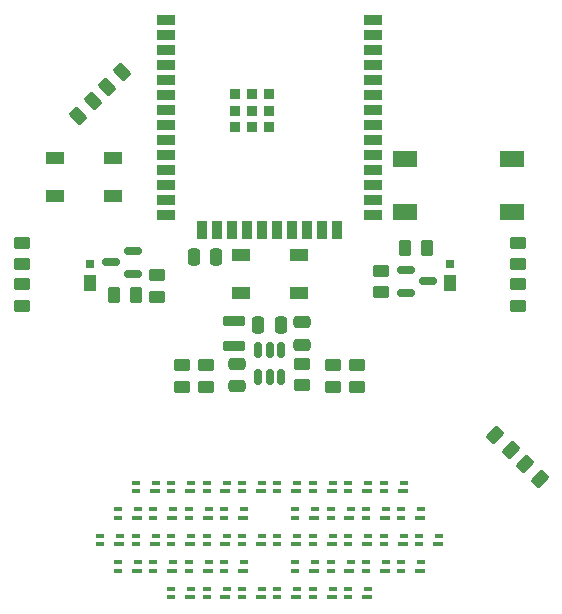
<source format=gbr>
%TF.GenerationSoftware,KiCad,Pcbnew,7.0.10*%
%TF.CreationDate,2024-02-08T00:21:34+01:00*%
%TF.ProjectId,robot_pcb,726f626f-745f-4706-9362-2e6b69636164,rev?*%
%TF.SameCoordinates,Original*%
%TF.FileFunction,Paste,Top*%
%TF.FilePolarity,Positive*%
%FSLAX46Y46*%
G04 Gerber Fmt 4.6, Leading zero omitted, Abs format (unit mm)*
G04 Created by KiCad (PCBNEW 7.0.10) date 2024-02-08 00:21:34*
%MOMM*%
%LPD*%
G01*
G04 APERTURE LIST*
G04 Aperture macros list*
%AMRoundRect*
0 Rectangle with rounded corners*
0 $1 Rounding radius*
0 $2 $3 $4 $5 $6 $7 $8 $9 X,Y pos of 4 corners*
0 Add a 4 corners polygon primitive as box body*
4,1,4,$2,$3,$4,$5,$6,$7,$8,$9,$2,$3,0*
0 Add four circle primitives for the rounded corners*
1,1,$1+$1,$2,$3*
1,1,$1+$1,$4,$5*
1,1,$1+$1,$6,$7*
1,1,$1+$1,$8,$9*
0 Add four rect primitives between the rounded corners*
20,1,$1+$1,$2,$3,$4,$5,0*
20,1,$1+$1,$4,$5,$6,$7,0*
20,1,$1+$1,$6,$7,$8,$9,0*
20,1,$1+$1,$8,$9,$2,$3,0*%
G04 Aperture macros list end*
%ADD10R,1.500000X0.900000*%
%ADD11R,0.900000X1.500000*%
%ADD12R,0.900000X0.900000*%
%ADD13RoundRect,0.250000X-0.450000X0.262500X-0.450000X-0.262500X0.450000X-0.262500X0.450000X0.262500X0*%
%ADD14R,0.700000X0.350000*%
%ADD15R,0.900000X0.350000*%
%ADD16RoundRect,0.250000X0.475000X-0.250000X0.475000X0.250000X-0.475000X0.250000X-0.475000X-0.250000X0*%
%ADD17RoundRect,0.250000X0.503814X0.132583X0.132583X0.503814X-0.503814X-0.132583X-0.132583X-0.503814X0*%
%ADD18RoundRect,0.250000X0.262500X0.450000X-0.262500X0.450000X-0.262500X-0.450000X0.262500X-0.450000X0*%
%ADD19R,1.100000X1.450000*%
%ADD20R,0.800000X0.800000*%
%ADD21RoundRect,0.250000X0.450000X-0.262500X0.450000X0.262500X-0.450000X0.262500X-0.450000X-0.262500X0*%
%ADD22RoundRect,0.218750X-0.706250X0.218750X-0.706250X-0.218750X0.706250X-0.218750X0.706250X0.218750X0*%
%ADD23RoundRect,0.250000X0.250000X0.475000X-0.250000X0.475000X-0.250000X-0.475000X0.250000X-0.475000X0*%
%ADD24RoundRect,0.150000X0.150000X-0.512500X0.150000X0.512500X-0.150000X0.512500X-0.150000X-0.512500X0*%
%ADD25R,2.100000X1.400000*%
%ADD26RoundRect,0.250000X-0.132583X0.503814X-0.503814X0.132583X0.132583X-0.503814X0.503814X-0.132583X0*%
%ADD27RoundRect,0.150000X-0.587500X-0.150000X0.587500X-0.150000X0.587500X0.150000X-0.587500X0.150000X0*%
%ADD28RoundRect,0.250000X-0.262500X-0.450000X0.262500X-0.450000X0.262500X0.450000X-0.262500X0.450000X0*%
%ADD29RoundRect,0.150000X0.587500X0.150000X-0.587500X0.150000X-0.587500X-0.150000X0.587500X-0.150000X0*%
%ADD30R,1.500000X1.000000*%
G04 APERTURE END LIST*
D10*
%TO.C,U2*%
X141250000Y-78450000D03*
X141250000Y-79720000D03*
X141250000Y-80990000D03*
X141250000Y-82260000D03*
X141250000Y-83530000D03*
X141250000Y-84800000D03*
X141250000Y-86070000D03*
X141250000Y-87340000D03*
X141250000Y-88610000D03*
X141250000Y-89880000D03*
X141250000Y-91150000D03*
X141250000Y-92420000D03*
X141250000Y-93690000D03*
X141250000Y-94960000D03*
D11*
X144290000Y-96210000D03*
X145560000Y-96210000D03*
X146830000Y-96210000D03*
X148100000Y-96210000D03*
X149370000Y-96210000D03*
X150640000Y-96210000D03*
X151910000Y-96210000D03*
X153180000Y-96210000D03*
X154450000Y-96210000D03*
X155720000Y-96210000D03*
D10*
X158750000Y-94960000D03*
X158750000Y-93690000D03*
X158750000Y-92420000D03*
X158750000Y-91150000D03*
X158750000Y-89880000D03*
X158750000Y-88610000D03*
X158750000Y-87340000D03*
X158750000Y-86070000D03*
X158750000Y-84800000D03*
X158750000Y-83530000D03*
X158750000Y-82260000D03*
X158750000Y-80990000D03*
X158750000Y-79720000D03*
X158750000Y-78450000D03*
D12*
X147100000Y-87570000D03*
X147100000Y-84770000D03*
X149900000Y-87570000D03*
X148500000Y-84770000D03*
X149900000Y-84770000D03*
X147100000Y-86170000D03*
X148500000Y-86170000D03*
X149900000Y-86170000D03*
X148500000Y-87570000D03*
%TD*%
D13*
%TO.C,R4*%
X129000000Y-97337500D03*
X129000000Y-99162500D03*
%TD*%
%TO.C,R11*%
X140500000Y-100087500D03*
X140500000Y-101912500D03*
%TD*%
D14*
%TO.C,U17*%
X158150000Y-119900000D03*
X158150000Y-120600000D03*
D15*
X159750000Y-120600000D03*
D14*
X159850000Y-119900000D03*
%TD*%
%TO.C,U40*%
X143150000Y-124400000D03*
X143150000Y-125100000D03*
D15*
X144750000Y-125100000D03*
D14*
X144850000Y-124400000D03*
%TD*%
D13*
%TO.C,R17*%
X144600000Y-107687500D03*
X144600000Y-109512500D03*
%TD*%
D16*
%TO.C,C3*%
X147250000Y-109500000D03*
X147250000Y-107600000D03*
%TD*%
D14*
%TO.C,U30*%
X141650000Y-117650000D03*
X141650000Y-118350000D03*
D15*
X143250000Y-118350000D03*
D14*
X143350000Y-117650000D03*
%TD*%
D13*
%TO.C,R16*%
X142600000Y-107687500D03*
X142600000Y-109512500D03*
%TD*%
D14*
%TO.C,U36*%
X144650000Y-117650000D03*
X144650000Y-118350000D03*
D15*
X146250000Y-118350000D03*
D14*
X146350000Y-117650000D03*
%TD*%
%TO.C,U15*%
X161150000Y-124400000D03*
X161150000Y-125100000D03*
D15*
X162750000Y-125100000D03*
D14*
X162850000Y-124400000D03*
%TD*%
D13*
%TO.C,R3*%
X152750000Y-107587500D03*
X152750000Y-109412500D03*
%TD*%
D17*
%TO.C,R2*%
X170395235Y-114895235D03*
X169104765Y-113604765D03*
%TD*%
D18*
%TO.C,R13*%
X138662500Y-101750000D03*
X136837500Y-101750000D03*
%TD*%
D14*
%TO.C,U35*%
X146150000Y-124400000D03*
X146150000Y-125100000D03*
D15*
X147750000Y-125100000D03*
D14*
X147850000Y-124400000D03*
%TD*%
D19*
%TO.C,D3*%
X165250000Y-100725000D03*
D20*
X165250000Y-99100000D03*
%TD*%
D14*
%TO.C,U23*%
X144650000Y-122150000D03*
X144650000Y-122850000D03*
D15*
X146250000Y-122850000D03*
D14*
X146350000Y-122150000D03*
%TD*%
D21*
%TO.C,R9*%
X171000000Y-99162500D03*
X171000000Y-97337500D03*
%TD*%
D14*
%TO.C,U10*%
X153650000Y-117650000D03*
X153650000Y-118350000D03*
D15*
X155250000Y-118350000D03*
D14*
X155350000Y-117650000D03*
%TD*%
D17*
%TO.C,R1*%
X172870109Y-117370109D03*
X171579639Y-116079639D03*
%TD*%
D14*
%TO.C,U4*%
X150650000Y-117650000D03*
X150650000Y-118350000D03*
D15*
X152250000Y-118350000D03*
D14*
X152350000Y-117650000D03*
%TD*%
D22*
%TO.C,L1*%
X147000000Y-103987500D03*
X147000000Y-106112500D03*
%TD*%
D14*
%TO.C,U12*%
X162650000Y-122150000D03*
X162650000Y-122850000D03*
D15*
X164250000Y-122850000D03*
D14*
X164350000Y-122150000D03*
%TD*%
%TO.C,U37*%
X143150000Y-119900000D03*
X143150000Y-120600000D03*
D15*
X144750000Y-120600000D03*
D14*
X144850000Y-119900000D03*
%TD*%
D13*
%TO.C,R12*%
X157400000Y-107687500D03*
X157400000Y-109512500D03*
%TD*%
D14*
%TO.C,U7*%
X150650000Y-122150000D03*
X150650000Y-122850000D03*
D15*
X152250000Y-122850000D03*
D14*
X152350000Y-122150000D03*
%TD*%
%TO.C,U26*%
X147650000Y-117650000D03*
X147650000Y-118350000D03*
D15*
X149250000Y-118350000D03*
D14*
X149350000Y-117650000D03*
%TD*%
%TO.C,U31*%
X140150000Y-119900000D03*
X140150000Y-120600000D03*
D15*
X141750000Y-120600000D03*
D14*
X141850000Y-119900000D03*
%TD*%
D23*
%TO.C,C5*%
X145450000Y-98500000D03*
X143550000Y-98500000D03*
%TD*%
D21*
%TO.C,R14*%
X159400000Y-101512500D03*
X159400000Y-99687500D03*
%TD*%
D14*
%TO.C,U14*%
X155150000Y-124400000D03*
X155150000Y-125100000D03*
D15*
X156750000Y-125100000D03*
D14*
X156850000Y-124400000D03*
%TD*%
%TO.C,U11*%
X155150000Y-119900000D03*
X155150000Y-120600000D03*
D15*
X156750000Y-120600000D03*
D14*
X156850000Y-119900000D03*
%TD*%
D19*
%TO.C,D1*%
X134750000Y-100725000D03*
D20*
X134750000Y-99100000D03*
%TD*%
D14*
%TO.C,U41*%
X144650000Y-126650000D03*
X144650000Y-127350000D03*
D15*
X146250000Y-127350000D03*
D14*
X146350000Y-126650000D03*
%TD*%
%TO.C,U38*%
X141650000Y-126650000D03*
X141650000Y-127350000D03*
D15*
X143250000Y-127350000D03*
D14*
X143350000Y-126650000D03*
%TD*%
D23*
%TO.C,C4*%
X150950000Y-104300000D03*
X149050000Y-104300000D03*
%TD*%
D14*
%TO.C,U25*%
X137150000Y-119900000D03*
X137150000Y-120600000D03*
D15*
X138750000Y-120600000D03*
D14*
X138850000Y-119900000D03*
%TD*%
%TO.C,U42*%
X147650000Y-126650000D03*
X147650000Y-127350000D03*
D15*
X149250000Y-127350000D03*
D14*
X149350000Y-126650000D03*
%TD*%
%TO.C,U29*%
X146150000Y-119900000D03*
X146150000Y-120600000D03*
D15*
X147750000Y-120600000D03*
D14*
X147850000Y-119900000D03*
%TD*%
%TO.C,U28*%
X137150000Y-124400000D03*
X137150000Y-125100000D03*
D15*
X138750000Y-125100000D03*
D14*
X138850000Y-124400000D03*
%TD*%
D24*
%TO.C,U1*%
X149050000Y-108687500D03*
X150000000Y-108687500D03*
X150950000Y-108687500D03*
X150950000Y-106412500D03*
X150000000Y-106412500D03*
X149050000Y-106412500D03*
%TD*%
D14*
%TO.C,U19*%
X156650000Y-122150000D03*
X156650000Y-122850000D03*
D15*
X158250000Y-122850000D03*
D14*
X158350000Y-122150000D03*
%TD*%
D13*
%TO.C,R10*%
X155400000Y-107687500D03*
X155400000Y-109512500D03*
%TD*%
%TO.C,R5*%
X129000000Y-100837500D03*
X129000000Y-102662500D03*
%TD*%
D14*
%TO.C,U8*%
X152150000Y-124400000D03*
X152150000Y-125100000D03*
D15*
X153750000Y-125100000D03*
D14*
X153850000Y-124400000D03*
%TD*%
%TO.C,U9*%
X161150000Y-119900000D03*
X161150000Y-120600000D03*
D15*
X162750000Y-120600000D03*
D14*
X162850000Y-119900000D03*
%TD*%
D25*
%TO.C,SW1*%
X161450000Y-94750000D03*
X170550000Y-94750000D03*
X161450000Y-90250000D03*
X170550000Y-90250000D03*
%TD*%
D26*
%TO.C,R7*%
X135060527Y-85327735D03*
X133770057Y-86618205D03*
%TD*%
D14*
%TO.C,U16*%
X156650000Y-117650000D03*
X156650000Y-118350000D03*
D15*
X158250000Y-118350000D03*
D14*
X158350000Y-117650000D03*
%TD*%
%TO.C,U32*%
X147650000Y-122150000D03*
X147650000Y-122850000D03*
D15*
X149250000Y-122850000D03*
D14*
X149350000Y-122150000D03*
%TD*%
%TO.C,U34*%
X140150000Y-124400000D03*
X140150000Y-125100000D03*
D15*
X141750000Y-125100000D03*
D14*
X141850000Y-124400000D03*
%TD*%
D27*
%TO.C,Q2*%
X161562500Y-99650000D03*
X161562500Y-101550000D03*
X163437500Y-100600000D03*
%TD*%
D14*
%TO.C,U21*%
X153650000Y-126650000D03*
X153650000Y-127350000D03*
D15*
X155250000Y-127350000D03*
D14*
X155350000Y-126650000D03*
%TD*%
%TO.C,U33*%
X138650000Y-122150000D03*
X138650000Y-122850000D03*
D15*
X140250000Y-122850000D03*
D14*
X140350000Y-122150000D03*
%TD*%
%TO.C,U39*%
X141650000Y-122150000D03*
X141650000Y-122850000D03*
D15*
X143250000Y-122850000D03*
D14*
X143350000Y-122150000D03*
%TD*%
%TO.C,U22*%
X156650000Y-126650000D03*
X156650000Y-127350000D03*
D15*
X158250000Y-127350000D03*
D14*
X158350000Y-126650000D03*
%TD*%
D28*
%TO.C,R15*%
X161487500Y-97800000D03*
X163312500Y-97800000D03*
%TD*%
D14*
%TO.C,U24*%
X138650000Y-117650000D03*
X138650000Y-118350000D03*
D15*
X140250000Y-118350000D03*
D14*
X140350000Y-117650000D03*
%TD*%
%TO.C,U27*%
X135650000Y-122150000D03*
X135650000Y-122850000D03*
D15*
X137250000Y-122850000D03*
D14*
X137350000Y-122150000D03*
%TD*%
%TO.C,U3*%
X159650000Y-122150000D03*
X159650000Y-122850000D03*
D15*
X161250000Y-122850000D03*
D14*
X161350000Y-122150000D03*
%TD*%
D29*
%TO.C,Q1*%
X138437500Y-99950000D03*
X138437500Y-98050000D03*
X136562500Y-99000000D03*
%TD*%
D14*
%TO.C,U6*%
X159650000Y-117650000D03*
X159650000Y-118350000D03*
D15*
X161250000Y-118350000D03*
D14*
X161350000Y-117650000D03*
%TD*%
D30*
%TO.C,D4*%
X136700000Y-93350000D03*
X136700000Y-90150000D03*
X131800000Y-90150000D03*
X131800000Y-93350000D03*
%TD*%
D14*
%TO.C,U5*%
X152150000Y-119900000D03*
X152150000Y-120600000D03*
D15*
X153750000Y-120600000D03*
D14*
X153850000Y-119900000D03*
%TD*%
D26*
%TO.C,R6*%
X137535401Y-82852861D03*
X136244931Y-84143331D03*
%TD*%
D21*
%TO.C,R8*%
X171000000Y-102662500D03*
X171000000Y-100837500D03*
%TD*%
D16*
%TO.C,C2*%
X152750000Y-105950000D03*
X152750000Y-104050000D03*
%TD*%
D14*
%TO.C,U20*%
X158150000Y-124400000D03*
X158150000Y-125100000D03*
D15*
X159750000Y-125100000D03*
D14*
X159850000Y-124400000D03*
%TD*%
%TO.C,U13*%
X153650000Y-122150000D03*
X153650000Y-122850000D03*
D15*
X155250000Y-122850000D03*
D14*
X155350000Y-122150000D03*
%TD*%
%TO.C,U18*%
X150650000Y-126650000D03*
X150650000Y-127350000D03*
D15*
X152250000Y-127350000D03*
D14*
X152350000Y-126650000D03*
%TD*%
D30*
%TO.C,D2*%
X152450000Y-101600000D03*
X152450000Y-98400000D03*
X147550000Y-98400000D03*
X147550000Y-101600000D03*
%TD*%
M02*

</source>
